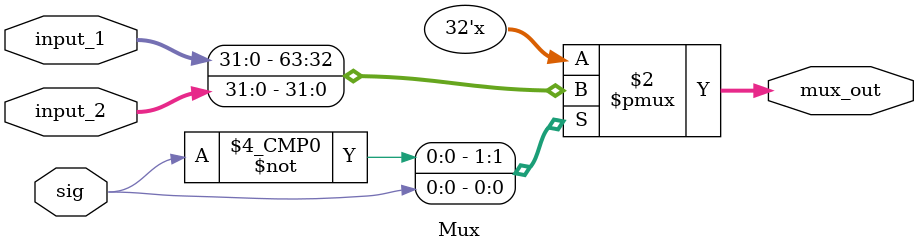
<source format=sv>
`timescale 1ns / 1ps

module Mux#(parameter width=32)(
    input logic signed [width-1:0]input_1,input_2,
    input logic sig,
    output logic signed [width-1:0]mux_out
);

always_comb begin
    unique case(sig) 
        1'b0:mux_out<=input_1;
        1'b1:mux_out<=input_2;
    endcase
end
endmodule

</source>
